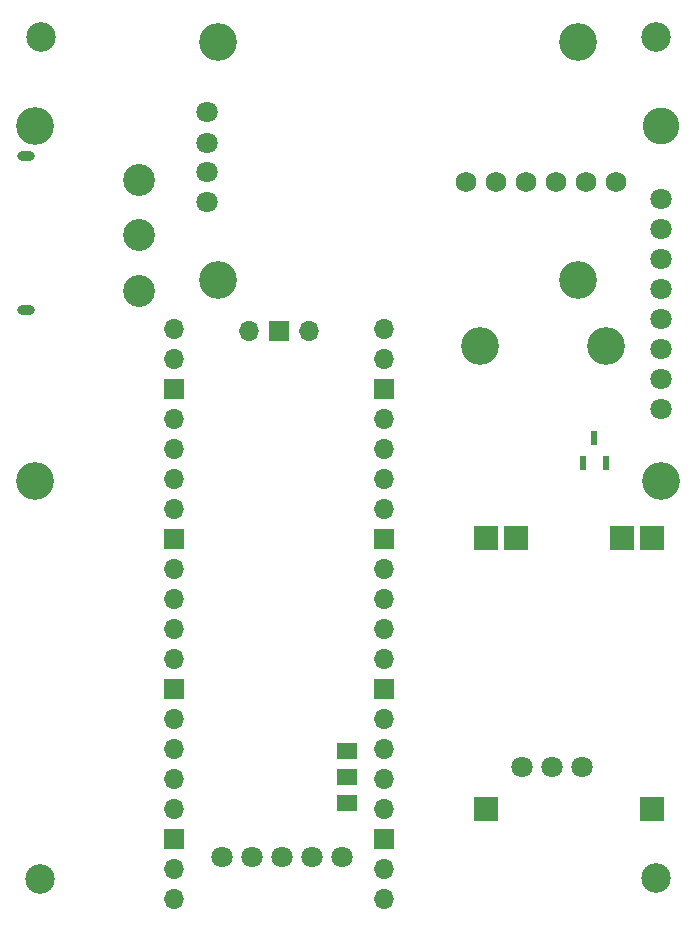
<source format=gbr>
%TF.GenerationSoftware,KiCad,Pcbnew,(6.0.9)*%
%TF.CreationDate,2023-01-30T22:20:02+01:00*%
%TF.ProjectId,P_ytka_pcb,50427974-6b61-45f7-9063-622e6b696361,rev?*%
%TF.SameCoordinates,Original*%
%TF.FileFunction,Soldermask,Top*%
%TF.FilePolarity,Negative*%
%FSLAX46Y46*%
G04 Gerber Fmt 4.6, Leading zero omitted, Abs format (unit mm)*
G04 Created by KiCad (PCBNEW (6.0.9)) date 2023-01-30 22:20:02*
%MOMM*%
%LPD*%
G01*
G04 APERTURE LIST*
G04 Aperture macros list*
%AMRoundRect*
0 Rectangle with rounded corners*
0 $1 Rounding radius*
0 $2 $3 $4 $5 $6 $7 $8 $9 X,Y pos of 4 corners*
0 Add a 4 corners polygon primitive as box body*
4,1,4,$2,$3,$4,$5,$6,$7,$8,$9,$2,$3,0*
0 Add four circle primitives for the rounded corners*
1,1,$1+$1,$2,$3*
1,1,$1+$1,$4,$5*
1,1,$1+$1,$6,$7*
1,1,$1+$1,$8,$9*
0 Add four rect primitives between the rounded corners*
20,1,$1+$1,$2,$3,$4,$5,0*
20,1,$1+$1,$4,$5,$6,$7,0*
20,1,$1+$1,$6,$7,$8,$9,0*
20,1,$1+$1,$8,$9,$2,$3,0*%
G04 Aperture macros list end*
%ADD10C,3.200000*%
%ADD11C,1.800000*%
%ADD12C,2.500000*%
%ADD13C,3.100000*%
%ADD14R,1.700000X1.400000*%
%ADD15RoundRect,0.088500X0.206500X-0.526500X0.206500X0.526500X-0.206500X0.526500X-0.206500X-0.526500X0*%
%ADD16R,2.000000X2.000000*%
%ADD17C,1.750000*%
%ADD18O,1.500000X0.800000*%
%ADD19C,2.700000*%
%ADD20O,1.700000X1.700000*%
%ADD21R,1.700000X1.700000*%
G04 APERTURE END LIST*
D10*
%TO.C,U3*%
X133018400Y-40941800D03*
X133018400Y-61091800D03*
X163418400Y-40941800D03*
X163418400Y-61091800D03*
D11*
X132018400Y-46881800D03*
X132018400Y-49461800D03*
X132018400Y-51961800D03*
X132018400Y-54501800D03*
%TD*%
%TO.C,J1*%
X133273800Y-109937200D03*
X135813800Y-109937200D03*
X138353800Y-109937200D03*
X140893800Y-109937200D03*
X143433800Y-109937200D03*
%TD*%
D12*
%TO.C,REF\u002A\u002A*%
X117906800Y-111785400D03*
%TD*%
%TO.C,REF\u002A\u002A*%
X170053000Y-111734600D03*
%TD*%
%TO.C,REF\u002A\u002A*%
X117957600Y-40487600D03*
%TD*%
D10*
%TO.C,U2*%
X117524600Y-48100200D03*
D13*
X170524600Y-48100200D03*
D10*
X117524600Y-78100200D03*
X170524600Y-78100200D03*
D11*
X170484600Y-71990200D03*
X170484600Y-69450200D03*
X170484600Y-66910200D03*
X170484600Y-64370200D03*
X170484600Y-61830200D03*
X170484600Y-59290200D03*
X170484600Y-56750200D03*
X170484600Y-54210200D03*
%TD*%
D12*
%TO.C,REF\u002A\u002A*%
X170053000Y-40487600D03*
%TD*%
D11*
%TO.C,U4*%
X163753800Y-102311200D03*
X161213800Y-102311200D03*
X158673800Y-102311200D03*
%TD*%
D14*
%TO.C,J3*%
X143916400Y-105415800D03*
X143916400Y-103215800D03*
X143916400Y-101015800D03*
%TD*%
D15*
%TO.C,Q1*%
X163896000Y-76625000D03*
X165796000Y-76625000D03*
X164846000Y-74505000D03*
%TD*%
D16*
%TO.C,U6*%
X169706600Y-105923000D03*
X155706600Y-105923000D03*
X169706600Y-82923000D03*
X155706600Y-82923000D03*
X167166600Y-82923000D03*
X158246600Y-82923000D03*
%TD*%
D10*
%TO.C,U5*%
X165831600Y-66660000D03*
X155138200Y-66660000D03*
D17*
X153968200Y-52800000D03*
X156508200Y-52800000D03*
X159048200Y-52800000D03*
X161588200Y-52800000D03*
X164128200Y-52800000D03*
X166668200Y-52800000D03*
%TD*%
D18*
%TO.C,SW5*%
X116703200Y-50625000D03*
D19*
X126283200Y-62025000D03*
D18*
X116703200Y-63675000D03*
D19*
X126283200Y-57325000D03*
X126283200Y-52625000D03*
%TD*%
D20*
%TO.C,U1*%
X129286000Y-113487200D03*
X129286000Y-110947200D03*
D21*
X129286000Y-108407200D03*
D20*
X129286000Y-105867200D03*
X129286000Y-103327200D03*
X129286000Y-100787200D03*
X129286000Y-98247200D03*
D21*
X129286000Y-95707200D03*
D20*
X129286000Y-93167200D03*
X129286000Y-90627200D03*
X129286000Y-88087200D03*
X129286000Y-85547200D03*
D21*
X129286000Y-83007200D03*
D20*
X129286000Y-80467200D03*
X129286000Y-77927200D03*
X129286000Y-75387200D03*
X129286000Y-72847200D03*
D21*
X129286000Y-70307200D03*
D20*
X129286000Y-67767200D03*
X129286000Y-65227200D03*
X147066000Y-65227200D03*
X147066000Y-67767200D03*
D21*
X147066000Y-70307200D03*
D20*
X147066000Y-72847200D03*
X147066000Y-75387200D03*
X147066000Y-77927200D03*
X147066000Y-80467200D03*
D21*
X147066000Y-83007200D03*
D20*
X147066000Y-85547200D03*
X147066000Y-88087200D03*
X147066000Y-90627200D03*
X147066000Y-93167200D03*
D21*
X147066000Y-95707200D03*
D20*
X147066000Y-98247200D03*
X147066000Y-100787200D03*
X147066000Y-103327200D03*
X147066000Y-105867200D03*
D21*
X147066000Y-108407200D03*
D20*
X147066000Y-110947200D03*
X147066000Y-113487200D03*
X135636000Y-65457200D03*
D21*
X138176000Y-65457200D03*
D20*
X140716000Y-65457200D03*
%TD*%
M02*

</source>
